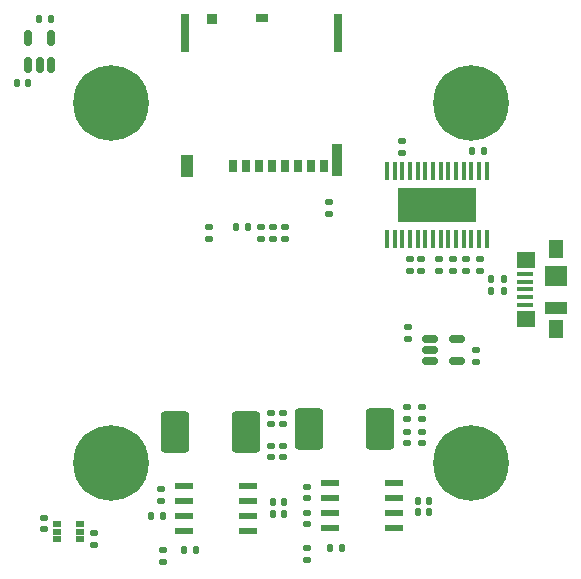
<source format=gbr>
%TF.GenerationSoftware,KiCad,Pcbnew,9.0.0*%
%TF.CreationDate,2025-03-25T10:56:33+03:00*%
%TF.ProjectId,Autopilot DronmarketV2,4175746f-7069-46c6-9f74-2044726f6e6d,rev?*%
%TF.SameCoordinates,Original*%
%TF.FileFunction,Soldermask,Bot*%
%TF.FilePolarity,Negative*%
%FSLAX46Y46*%
G04 Gerber Fmt 4.6, Leading zero omitted, Abs format (unit mm)*
G04 Created by KiCad (PCBNEW 9.0.0) date 2025-03-25 10:56:33*
%MOMM*%
%LPD*%
G01*
G04 APERTURE LIST*
G04 Aperture macros list*
%AMRoundRect*
0 Rectangle with rounded corners*
0 $1 Rounding radius*
0 $2 $3 $4 $5 $6 $7 $8 $9 X,Y pos of 4 corners*
0 Add a 4 corners polygon primitive as box body*
4,1,4,$2,$3,$4,$5,$6,$7,$8,$9,$2,$3,0*
0 Add four circle primitives for the rounded corners*
1,1,$1+$1,$2,$3*
1,1,$1+$1,$4,$5*
1,1,$1+$1,$6,$7*
1,1,$1+$1,$8,$9*
0 Add four rect primitives between the rounded corners*
20,1,$1+$1,$2,$3,$4,$5,0*
20,1,$1+$1,$4,$5,$6,$7,0*
20,1,$1+$1,$6,$7,$8,$9,0*
20,1,$1+$1,$8,$9,$2,$3,0*%
G04 Aperture macros list end*
%ADD10C,0.010000*%
%ADD11R,0.700000X1.100000*%
%ADD12R,1.140000X1.830000*%
%ADD13R,0.860000X2.800000*%
%ADD14R,0.700000X3.330000*%
%ADD15R,0.900000X0.930000*%
%ADD16R,1.050000X0.780000*%
%ADD17C,0.800000*%
%ADD18C,6.400000*%
%ADD19RoundRect,0.135000X0.135000X0.185000X-0.135000X0.185000X-0.135000X-0.185000X0.135000X-0.185000X0*%
%ADD20RoundRect,0.140000X-0.170000X0.140000X-0.170000X-0.140000X0.170000X-0.140000X0.170000X0.140000X0*%
%ADD21RoundRect,0.135000X0.185000X-0.135000X0.185000X0.135000X-0.185000X0.135000X-0.185000X-0.135000X0*%
%ADD22RoundRect,0.140000X0.140000X0.170000X-0.140000X0.170000X-0.140000X-0.170000X0.140000X-0.170000X0*%
%ADD23RoundRect,0.140000X-0.140000X-0.170000X0.140000X-0.170000X0.140000X0.170000X-0.140000X0.170000X0*%
%ADD24RoundRect,0.135000X-0.185000X0.135000X-0.185000X-0.135000X0.185000X-0.135000X0.185000X0.135000X0*%
%ADD25RoundRect,0.135000X-0.135000X-0.185000X0.135000X-0.185000X0.135000X0.185000X-0.135000X0.185000X0*%
%ADD26RoundRect,0.250000X-0.925000X-1.500000X0.925000X-1.500000X0.925000X1.500000X-0.925000X1.500000X0*%
%ADD27RoundRect,0.150000X0.150000X-0.512500X0.150000X0.512500X-0.150000X0.512500X-0.150000X-0.512500X0*%
%ADD28RoundRect,0.140000X0.170000X-0.140000X0.170000X0.140000X-0.170000X0.140000X-0.170000X-0.140000X0*%
%ADD29R,1.550000X0.600000*%
%ADD30RoundRect,0.150000X-0.512500X-0.150000X0.512500X-0.150000X0.512500X0.150000X-0.512500X0.150000X0*%
%ADD31R,1.380000X0.450000*%
%ADD32R,1.300000X1.650000*%
%ADD33R,1.550000X1.425000*%
%ADD34R,1.900000X1.800000*%
%ADD35R,1.900000X1.000000*%
%ADD36RoundRect,0.051250X-0.153750X0.688750X-0.153750X-0.688750X0.153750X-0.688750X0.153750X0.688750X0*%
%ADD37R,6.700000X2.850000*%
G04 APERTURE END LIST*
D10*
%TO.C,U8*%
X155353000Y-95056000D02*
X155355000Y-95056000D01*
X155358000Y-95057000D01*
X155360000Y-95057000D01*
X155363000Y-95058000D01*
X155365000Y-95059000D01*
X155368000Y-95060000D01*
X155370000Y-95062000D01*
X155372000Y-95063000D01*
X155374000Y-95065000D01*
X155376000Y-95066000D01*
X155378000Y-95068000D01*
X155380000Y-95070000D01*
X155382000Y-95072000D01*
X155384000Y-95074000D01*
X155385000Y-95076000D01*
X155387000Y-95078000D01*
X155388000Y-95080000D01*
X155390000Y-95082000D01*
X155391000Y-95085000D01*
X155392000Y-95087000D01*
X155393000Y-95090000D01*
X155393000Y-95092000D01*
X155394000Y-95095000D01*
X155394000Y-95097000D01*
X155395000Y-95100000D01*
X155395000Y-95102000D01*
X155395000Y-95105000D01*
X155395000Y-95445000D01*
X155395000Y-95448000D01*
X155395000Y-95450000D01*
X155394000Y-95453000D01*
X155394000Y-95455000D01*
X155393000Y-95458000D01*
X155393000Y-95460000D01*
X155392000Y-95463000D01*
X155391000Y-95465000D01*
X155390000Y-95468000D01*
X155388000Y-95470000D01*
X155387000Y-95472000D01*
X155385000Y-95474000D01*
X155384000Y-95476000D01*
X155382000Y-95478000D01*
X155380000Y-95480000D01*
X155378000Y-95482000D01*
X155376000Y-95484000D01*
X155374000Y-95485000D01*
X155372000Y-95487000D01*
X155370000Y-95488000D01*
X155368000Y-95490000D01*
X155365000Y-95491000D01*
X155363000Y-95492000D01*
X155360000Y-95493000D01*
X155358000Y-95493000D01*
X155355000Y-95494000D01*
X155353000Y-95494000D01*
X155350000Y-95495000D01*
X155348000Y-95495000D01*
X155345000Y-95495000D01*
X154855000Y-95495000D01*
X154852000Y-95495000D01*
X154850000Y-95495000D01*
X154847000Y-95494000D01*
X154845000Y-95494000D01*
X154842000Y-95493000D01*
X154840000Y-95493000D01*
X154837000Y-95492000D01*
X154835000Y-95491000D01*
X154832000Y-95490000D01*
X154830000Y-95488000D01*
X154828000Y-95487000D01*
X154826000Y-95485000D01*
X154824000Y-95484000D01*
X154822000Y-95482000D01*
X154820000Y-95480000D01*
X154818000Y-95478000D01*
X154816000Y-95476000D01*
X154815000Y-95474000D01*
X154813000Y-95472000D01*
X154812000Y-95470000D01*
X154810000Y-95468000D01*
X154809000Y-95465000D01*
X154808000Y-95463000D01*
X154807000Y-95460000D01*
X154807000Y-95458000D01*
X154806000Y-95455000D01*
X154806000Y-95453000D01*
X154805000Y-95450000D01*
X154805000Y-95448000D01*
X154805000Y-95445000D01*
X154805000Y-95105000D01*
X154805000Y-95102000D01*
X154805000Y-95100000D01*
X154806000Y-95097000D01*
X154806000Y-95095000D01*
X154807000Y-95092000D01*
X154807000Y-95090000D01*
X154808000Y-95087000D01*
X154809000Y-95085000D01*
X154810000Y-95082000D01*
X154812000Y-95080000D01*
X154813000Y-95078000D01*
X154815000Y-95076000D01*
X154816000Y-95074000D01*
X154818000Y-95072000D01*
X154820000Y-95070000D01*
X154822000Y-95068000D01*
X154824000Y-95066000D01*
X154826000Y-95065000D01*
X154828000Y-95063000D01*
X154830000Y-95062000D01*
X154832000Y-95060000D01*
X154835000Y-95059000D01*
X154837000Y-95058000D01*
X154840000Y-95057000D01*
X154842000Y-95057000D01*
X154845000Y-95056000D01*
X154847000Y-95056000D01*
X154850000Y-95055000D01*
X154852000Y-95055000D01*
X154855000Y-95055000D01*
X155345000Y-95055000D01*
X155348000Y-95055000D01*
X155350000Y-95055000D01*
X155353000Y-95056000D01*
G36*
X155353000Y-95056000D02*
G01*
X155355000Y-95056000D01*
X155358000Y-95057000D01*
X155360000Y-95057000D01*
X155363000Y-95058000D01*
X155365000Y-95059000D01*
X155368000Y-95060000D01*
X155370000Y-95062000D01*
X155372000Y-95063000D01*
X155374000Y-95065000D01*
X155376000Y-95066000D01*
X155378000Y-95068000D01*
X155380000Y-95070000D01*
X155382000Y-95072000D01*
X155384000Y-95074000D01*
X155385000Y-95076000D01*
X155387000Y-95078000D01*
X155388000Y-95080000D01*
X155390000Y-95082000D01*
X155391000Y-95085000D01*
X155392000Y-95087000D01*
X155393000Y-95090000D01*
X155393000Y-95092000D01*
X155394000Y-95095000D01*
X155394000Y-95097000D01*
X155395000Y-95100000D01*
X155395000Y-95102000D01*
X155395000Y-95105000D01*
X155395000Y-95445000D01*
X155395000Y-95448000D01*
X155395000Y-95450000D01*
X155394000Y-95453000D01*
X155394000Y-95455000D01*
X155393000Y-95458000D01*
X155393000Y-95460000D01*
X155392000Y-95463000D01*
X155391000Y-95465000D01*
X155390000Y-95468000D01*
X155388000Y-95470000D01*
X155387000Y-95472000D01*
X155385000Y-95474000D01*
X155384000Y-95476000D01*
X155382000Y-95478000D01*
X155380000Y-95480000D01*
X155378000Y-95482000D01*
X155376000Y-95484000D01*
X155374000Y-95485000D01*
X155372000Y-95487000D01*
X155370000Y-95488000D01*
X155368000Y-95490000D01*
X155365000Y-95491000D01*
X155363000Y-95492000D01*
X155360000Y-95493000D01*
X155358000Y-95493000D01*
X155355000Y-95494000D01*
X155353000Y-95494000D01*
X155350000Y-95495000D01*
X155348000Y-95495000D01*
X155345000Y-95495000D01*
X154855000Y-95495000D01*
X154852000Y-95495000D01*
X154850000Y-95495000D01*
X154847000Y-95494000D01*
X154845000Y-95494000D01*
X154842000Y-95493000D01*
X154840000Y-95493000D01*
X154837000Y-95492000D01*
X154835000Y-95491000D01*
X154832000Y-95490000D01*
X154830000Y-95488000D01*
X154828000Y-95487000D01*
X154826000Y-95485000D01*
X154824000Y-95484000D01*
X154822000Y-95482000D01*
X154820000Y-95480000D01*
X154818000Y-95478000D01*
X154816000Y-95476000D01*
X154815000Y-95474000D01*
X154813000Y-95472000D01*
X154812000Y-95470000D01*
X154810000Y-95468000D01*
X154809000Y-95465000D01*
X154808000Y-95463000D01*
X154807000Y-95460000D01*
X154807000Y-95458000D01*
X154806000Y-95455000D01*
X154806000Y-95453000D01*
X154805000Y-95450000D01*
X154805000Y-95448000D01*
X154805000Y-95445000D01*
X154805000Y-95105000D01*
X154805000Y-95102000D01*
X154805000Y-95100000D01*
X154806000Y-95097000D01*
X154806000Y-95095000D01*
X154807000Y-95092000D01*
X154807000Y-95090000D01*
X154808000Y-95087000D01*
X154809000Y-95085000D01*
X154810000Y-95082000D01*
X154812000Y-95080000D01*
X154813000Y-95078000D01*
X154815000Y-95076000D01*
X154816000Y-95074000D01*
X154818000Y-95072000D01*
X154820000Y-95070000D01*
X154822000Y-95068000D01*
X154824000Y-95066000D01*
X154826000Y-95065000D01*
X154828000Y-95063000D01*
X154830000Y-95062000D01*
X154832000Y-95060000D01*
X154835000Y-95059000D01*
X154837000Y-95058000D01*
X154840000Y-95057000D01*
X154842000Y-95057000D01*
X154845000Y-95056000D01*
X154847000Y-95056000D01*
X154850000Y-95055000D01*
X154852000Y-95055000D01*
X154855000Y-95055000D01*
X155345000Y-95055000D01*
X155348000Y-95055000D01*
X155350000Y-95055000D01*
X155353000Y-95056000D01*
G37*
X155353000Y-95706000D02*
X155355000Y-95706000D01*
X155358000Y-95707000D01*
X155360000Y-95707000D01*
X155363000Y-95708000D01*
X155365000Y-95709000D01*
X155368000Y-95710000D01*
X155370000Y-95712000D01*
X155372000Y-95713000D01*
X155374000Y-95715000D01*
X155376000Y-95716000D01*
X155378000Y-95718000D01*
X155380000Y-95720000D01*
X155382000Y-95722000D01*
X155384000Y-95724000D01*
X155385000Y-95726000D01*
X155387000Y-95728000D01*
X155388000Y-95730000D01*
X155390000Y-95732000D01*
X155391000Y-95735000D01*
X155392000Y-95737000D01*
X155393000Y-95740000D01*
X155393000Y-95742000D01*
X155394000Y-95745000D01*
X155394000Y-95747000D01*
X155395000Y-95750000D01*
X155395000Y-95752000D01*
X155395000Y-95755000D01*
X155395000Y-96095000D01*
X155395000Y-96098000D01*
X155395000Y-96100000D01*
X155394000Y-96103000D01*
X155394000Y-96105000D01*
X155393000Y-96108000D01*
X155393000Y-96110000D01*
X155392000Y-96113000D01*
X155391000Y-96115000D01*
X155390000Y-96118000D01*
X155388000Y-96120000D01*
X155387000Y-96122000D01*
X155385000Y-96124000D01*
X155384000Y-96126000D01*
X155382000Y-96128000D01*
X155380000Y-96130000D01*
X155378000Y-96132000D01*
X155376000Y-96134000D01*
X155374000Y-96135000D01*
X155372000Y-96137000D01*
X155370000Y-96138000D01*
X155368000Y-96140000D01*
X155365000Y-96141000D01*
X155363000Y-96142000D01*
X155360000Y-96143000D01*
X155358000Y-96143000D01*
X155355000Y-96144000D01*
X155353000Y-96144000D01*
X155350000Y-96145000D01*
X155348000Y-96145000D01*
X155345000Y-96145000D01*
X154855000Y-96145000D01*
X154852000Y-96145000D01*
X154850000Y-96145000D01*
X154847000Y-96144000D01*
X154845000Y-96144000D01*
X154842000Y-96143000D01*
X154840000Y-96143000D01*
X154837000Y-96142000D01*
X154835000Y-96141000D01*
X154832000Y-96140000D01*
X154830000Y-96138000D01*
X154828000Y-96137000D01*
X154826000Y-96135000D01*
X154824000Y-96134000D01*
X154822000Y-96132000D01*
X154820000Y-96130000D01*
X154818000Y-96128000D01*
X154816000Y-96126000D01*
X154815000Y-96124000D01*
X154813000Y-96122000D01*
X154812000Y-96120000D01*
X154810000Y-96118000D01*
X154809000Y-96115000D01*
X154808000Y-96113000D01*
X154807000Y-96110000D01*
X154807000Y-96108000D01*
X154806000Y-96105000D01*
X154806000Y-96103000D01*
X154805000Y-96100000D01*
X154805000Y-96098000D01*
X154805000Y-96095000D01*
X154805000Y-95755000D01*
X154805000Y-95752000D01*
X154805000Y-95750000D01*
X154806000Y-95747000D01*
X154806000Y-95745000D01*
X154807000Y-95742000D01*
X154807000Y-95740000D01*
X154808000Y-95737000D01*
X154809000Y-95735000D01*
X154810000Y-95732000D01*
X154812000Y-95730000D01*
X154813000Y-95728000D01*
X154815000Y-95726000D01*
X154816000Y-95724000D01*
X154818000Y-95722000D01*
X154820000Y-95720000D01*
X154822000Y-95718000D01*
X154824000Y-95716000D01*
X154826000Y-95715000D01*
X154828000Y-95713000D01*
X154830000Y-95712000D01*
X154832000Y-95710000D01*
X154835000Y-95709000D01*
X154837000Y-95708000D01*
X154840000Y-95707000D01*
X154842000Y-95707000D01*
X154845000Y-95706000D01*
X154847000Y-95706000D01*
X154850000Y-95705000D01*
X154852000Y-95705000D01*
X154855000Y-95705000D01*
X155345000Y-95705000D01*
X155348000Y-95705000D01*
X155350000Y-95705000D01*
X155353000Y-95706000D01*
G36*
X155353000Y-95706000D02*
G01*
X155355000Y-95706000D01*
X155358000Y-95707000D01*
X155360000Y-95707000D01*
X155363000Y-95708000D01*
X155365000Y-95709000D01*
X155368000Y-95710000D01*
X155370000Y-95712000D01*
X155372000Y-95713000D01*
X155374000Y-95715000D01*
X155376000Y-95716000D01*
X155378000Y-95718000D01*
X155380000Y-95720000D01*
X155382000Y-95722000D01*
X155384000Y-95724000D01*
X155385000Y-95726000D01*
X155387000Y-95728000D01*
X155388000Y-95730000D01*
X155390000Y-95732000D01*
X155391000Y-95735000D01*
X155392000Y-95737000D01*
X155393000Y-95740000D01*
X155393000Y-95742000D01*
X155394000Y-95745000D01*
X155394000Y-95747000D01*
X155395000Y-95750000D01*
X155395000Y-95752000D01*
X155395000Y-95755000D01*
X155395000Y-96095000D01*
X155395000Y-96098000D01*
X155395000Y-96100000D01*
X155394000Y-96103000D01*
X155394000Y-96105000D01*
X155393000Y-96108000D01*
X155393000Y-96110000D01*
X155392000Y-96113000D01*
X155391000Y-96115000D01*
X155390000Y-96118000D01*
X155388000Y-96120000D01*
X155387000Y-96122000D01*
X155385000Y-96124000D01*
X155384000Y-96126000D01*
X155382000Y-96128000D01*
X155380000Y-96130000D01*
X155378000Y-96132000D01*
X155376000Y-96134000D01*
X155374000Y-96135000D01*
X155372000Y-96137000D01*
X155370000Y-96138000D01*
X155368000Y-96140000D01*
X155365000Y-96141000D01*
X155363000Y-96142000D01*
X155360000Y-96143000D01*
X155358000Y-96143000D01*
X155355000Y-96144000D01*
X155353000Y-96144000D01*
X155350000Y-96145000D01*
X155348000Y-96145000D01*
X155345000Y-96145000D01*
X154855000Y-96145000D01*
X154852000Y-96145000D01*
X154850000Y-96145000D01*
X154847000Y-96144000D01*
X154845000Y-96144000D01*
X154842000Y-96143000D01*
X154840000Y-96143000D01*
X154837000Y-96142000D01*
X154835000Y-96141000D01*
X154832000Y-96140000D01*
X154830000Y-96138000D01*
X154828000Y-96137000D01*
X154826000Y-96135000D01*
X154824000Y-96134000D01*
X154822000Y-96132000D01*
X154820000Y-96130000D01*
X154818000Y-96128000D01*
X154816000Y-96126000D01*
X154815000Y-96124000D01*
X154813000Y-96122000D01*
X154812000Y-96120000D01*
X154810000Y-96118000D01*
X154809000Y-96115000D01*
X154808000Y-96113000D01*
X154807000Y-96110000D01*
X154807000Y-96108000D01*
X154806000Y-96105000D01*
X154806000Y-96103000D01*
X154805000Y-96100000D01*
X154805000Y-96098000D01*
X154805000Y-96095000D01*
X154805000Y-95755000D01*
X154805000Y-95752000D01*
X154805000Y-95750000D01*
X154806000Y-95747000D01*
X154806000Y-95745000D01*
X154807000Y-95742000D01*
X154807000Y-95740000D01*
X154808000Y-95737000D01*
X154809000Y-95735000D01*
X154810000Y-95732000D01*
X154812000Y-95730000D01*
X154813000Y-95728000D01*
X154815000Y-95726000D01*
X154816000Y-95724000D01*
X154818000Y-95722000D01*
X154820000Y-95720000D01*
X154822000Y-95718000D01*
X154824000Y-95716000D01*
X154826000Y-95715000D01*
X154828000Y-95713000D01*
X154830000Y-95712000D01*
X154832000Y-95710000D01*
X154835000Y-95709000D01*
X154837000Y-95708000D01*
X154840000Y-95707000D01*
X154842000Y-95707000D01*
X154845000Y-95706000D01*
X154847000Y-95706000D01*
X154850000Y-95705000D01*
X154852000Y-95705000D01*
X154855000Y-95705000D01*
X155345000Y-95705000D01*
X155348000Y-95705000D01*
X155350000Y-95705000D01*
X155353000Y-95706000D01*
G37*
X155353000Y-96356000D02*
X155355000Y-96356000D01*
X155358000Y-96357000D01*
X155360000Y-96357000D01*
X155363000Y-96358000D01*
X155365000Y-96359000D01*
X155368000Y-96360000D01*
X155370000Y-96362000D01*
X155372000Y-96363000D01*
X155374000Y-96365000D01*
X155376000Y-96366000D01*
X155378000Y-96368000D01*
X155380000Y-96370000D01*
X155382000Y-96372000D01*
X155384000Y-96374000D01*
X155385000Y-96376000D01*
X155387000Y-96378000D01*
X155388000Y-96380000D01*
X155390000Y-96382000D01*
X155391000Y-96385000D01*
X155392000Y-96387000D01*
X155393000Y-96390000D01*
X155393000Y-96392000D01*
X155394000Y-96395000D01*
X155394000Y-96397000D01*
X155395000Y-96400000D01*
X155395000Y-96402000D01*
X155395000Y-96405000D01*
X155395000Y-96745000D01*
X155395000Y-96748000D01*
X155395000Y-96750000D01*
X155394000Y-96753000D01*
X155394000Y-96755000D01*
X155393000Y-96758000D01*
X155393000Y-96760000D01*
X155392000Y-96763000D01*
X155391000Y-96765000D01*
X155390000Y-96768000D01*
X155388000Y-96770000D01*
X155387000Y-96772000D01*
X155385000Y-96774000D01*
X155384000Y-96776000D01*
X155382000Y-96778000D01*
X155380000Y-96780000D01*
X155378000Y-96782000D01*
X155376000Y-96784000D01*
X155374000Y-96785000D01*
X155372000Y-96787000D01*
X155370000Y-96788000D01*
X155368000Y-96790000D01*
X155365000Y-96791000D01*
X155363000Y-96792000D01*
X155360000Y-96793000D01*
X155358000Y-96793000D01*
X155355000Y-96794000D01*
X155353000Y-96794000D01*
X155350000Y-96795000D01*
X155348000Y-96795000D01*
X155345000Y-96795000D01*
X154855000Y-96795000D01*
X154852000Y-96795000D01*
X154850000Y-96795000D01*
X154847000Y-96794000D01*
X154845000Y-96794000D01*
X154842000Y-96793000D01*
X154840000Y-96793000D01*
X154837000Y-96792000D01*
X154835000Y-96791000D01*
X154832000Y-96790000D01*
X154830000Y-96788000D01*
X154828000Y-96787000D01*
X154826000Y-96785000D01*
X154824000Y-96784000D01*
X154822000Y-96782000D01*
X154820000Y-96780000D01*
X154818000Y-96778000D01*
X154816000Y-96776000D01*
X154815000Y-96774000D01*
X154813000Y-96772000D01*
X154812000Y-96770000D01*
X154810000Y-96768000D01*
X154809000Y-96765000D01*
X154808000Y-96763000D01*
X154807000Y-96760000D01*
X154807000Y-96758000D01*
X154806000Y-96755000D01*
X154806000Y-96753000D01*
X154805000Y-96750000D01*
X154805000Y-96748000D01*
X154805000Y-96745000D01*
X154805000Y-96405000D01*
X154805000Y-96402000D01*
X154805000Y-96400000D01*
X154806000Y-96397000D01*
X154806000Y-96395000D01*
X154807000Y-96392000D01*
X154807000Y-96390000D01*
X154808000Y-96387000D01*
X154809000Y-96385000D01*
X154810000Y-96382000D01*
X154812000Y-96380000D01*
X154813000Y-96378000D01*
X154815000Y-96376000D01*
X154816000Y-96374000D01*
X154818000Y-96372000D01*
X154820000Y-96370000D01*
X154822000Y-96368000D01*
X154824000Y-96366000D01*
X154826000Y-96365000D01*
X154828000Y-96363000D01*
X154830000Y-96362000D01*
X154832000Y-96360000D01*
X154835000Y-96359000D01*
X154837000Y-96358000D01*
X154840000Y-96357000D01*
X154842000Y-96357000D01*
X154845000Y-96356000D01*
X154847000Y-96356000D01*
X154850000Y-96355000D01*
X154852000Y-96355000D01*
X154855000Y-96355000D01*
X155345000Y-96355000D01*
X155348000Y-96355000D01*
X155350000Y-96355000D01*
X155353000Y-96356000D01*
G36*
X155353000Y-96356000D02*
G01*
X155355000Y-96356000D01*
X155358000Y-96357000D01*
X155360000Y-96357000D01*
X155363000Y-96358000D01*
X155365000Y-96359000D01*
X155368000Y-96360000D01*
X155370000Y-96362000D01*
X155372000Y-96363000D01*
X155374000Y-96365000D01*
X155376000Y-96366000D01*
X155378000Y-96368000D01*
X155380000Y-96370000D01*
X155382000Y-96372000D01*
X155384000Y-96374000D01*
X155385000Y-96376000D01*
X155387000Y-96378000D01*
X155388000Y-96380000D01*
X155390000Y-96382000D01*
X155391000Y-96385000D01*
X155392000Y-96387000D01*
X155393000Y-96390000D01*
X155393000Y-96392000D01*
X155394000Y-96395000D01*
X155394000Y-96397000D01*
X155395000Y-96400000D01*
X155395000Y-96402000D01*
X155395000Y-96405000D01*
X155395000Y-96745000D01*
X155395000Y-96748000D01*
X155395000Y-96750000D01*
X155394000Y-96753000D01*
X155394000Y-96755000D01*
X155393000Y-96758000D01*
X155393000Y-96760000D01*
X155392000Y-96763000D01*
X155391000Y-96765000D01*
X155390000Y-96768000D01*
X155388000Y-96770000D01*
X155387000Y-96772000D01*
X155385000Y-96774000D01*
X155384000Y-96776000D01*
X155382000Y-96778000D01*
X155380000Y-96780000D01*
X155378000Y-96782000D01*
X155376000Y-96784000D01*
X155374000Y-96785000D01*
X155372000Y-96787000D01*
X155370000Y-96788000D01*
X155368000Y-96790000D01*
X155365000Y-96791000D01*
X155363000Y-96792000D01*
X155360000Y-96793000D01*
X155358000Y-96793000D01*
X155355000Y-96794000D01*
X155353000Y-96794000D01*
X155350000Y-96795000D01*
X155348000Y-96795000D01*
X155345000Y-96795000D01*
X154855000Y-96795000D01*
X154852000Y-96795000D01*
X154850000Y-96795000D01*
X154847000Y-96794000D01*
X154845000Y-96794000D01*
X154842000Y-96793000D01*
X154840000Y-96793000D01*
X154837000Y-96792000D01*
X154835000Y-96791000D01*
X154832000Y-96790000D01*
X154830000Y-96788000D01*
X154828000Y-96787000D01*
X154826000Y-96785000D01*
X154824000Y-96784000D01*
X154822000Y-96782000D01*
X154820000Y-96780000D01*
X154818000Y-96778000D01*
X154816000Y-96776000D01*
X154815000Y-96774000D01*
X154813000Y-96772000D01*
X154812000Y-96770000D01*
X154810000Y-96768000D01*
X154809000Y-96765000D01*
X154808000Y-96763000D01*
X154807000Y-96760000D01*
X154807000Y-96758000D01*
X154806000Y-96755000D01*
X154806000Y-96753000D01*
X154805000Y-96750000D01*
X154805000Y-96748000D01*
X154805000Y-96745000D01*
X154805000Y-96405000D01*
X154805000Y-96402000D01*
X154805000Y-96400000D01*
X154806000Y-96397000D01*
X154806000Y-96395000D01*
X154807000Y-96392000D01*
X154807000Y-96390000D01*
X154808000Y-96387000D01*
X154809000Y-96385000D01*
X154810000Y-96382000D01*
X154812000Y-96380000D01*
X154813000Y-96378000D01*
X154815000Y-96376000D01*
X154816000Y-96374000D01*
X154818000Y-96372000D01*
X154820000Y-96370000D01*
X154822000Y-96368000D01*
X154824000Y-96366000D01*
X154826000Y-96365000D01*
X154828000Y-96363000D01*
X154830000Y-96362000D01*
X154832000Y-96360000D01*
X154835000Y-96359000D01*
X154837000Y-96358000D01*
X154840000Y-96357000D01*
X154842000Y-96357000D01*
X154845000Y-96356000D01*
X154847000Y-96356000D01*
X154850000Y-96355000D01*
X154852000Y-96355000D01*
X154855000Y-96355000D01*
X155345000Y-96355000D01*
X155348000Y-96355000D01*
X155350000Y-96355000D01*
X155353000Y-96356000D01*
G37*
X157303000Y-95056000D02*
X157305000Y-95056000D01*
X157308000Y-95057000D01*
X157310000Y-95057000D01*
X157313000Y-95058000D01*
X157315000Y-95059000D01*
X157318000Y-95060000D01*
X157320000Y-95062000D01*
X157322000Y-95063000D01*
X157324000Y-95065000D01*
X157326000Y-95066000D01*
X157328000Y-95068000D01*
X157330000Y-95070000D01*
X157332000Y-95072000D01*
X157334000Y-95074000D01*
X157335000Y-95076000D01*
X157337000Y-95078000D01*
X157338000Y-95080000D01*
X157340000Y-95082000D01*
X157341000Y-95085000D01*
X157342000Y-95087000D01*
X157343000Y-95090000D01*
X157343000Y-95092000D01*
X157344000Y-95095000D01*
X157344000Y-95097000D01*
X157345000Y-95100000D01*
X157345000Y-95102000D01*
X157345000Y-95105000D01*
X157345000Y-95445000D01*
X157345000Y-95448000D01*
X157345000Y-95450000D01*
X157344000Y-95453000D01*
X157344000Y-95455000D01*
X157343000Y-95458000D01*
X157343000Y-95460000D01*
X157342000Y-95463000D01*
X157341000Y-95465000D01*
X157340000Y-95468000D01*
X157338000Y-95470000D01*
X157337000Y-95472000D01*
X157335000Y-95474000D01*
X157334000Y-95476000D01*
X157332000Y-95478000D01*
X157330000Y-95480000D01*
X157328000Y-95482000D01*
X157326000Y-95484000D01*
X157324000Y-95485000D01*
X157322000Y-95487000D01*
X157320000Y-95488000D01*
X157318000Y-95490000D01*
X157315000Y-95491000D01*
X157313000Y-95492000D01*
X157310000Y-95493000D01*
X157308000Y-95493000D01*
X157305000Y-95494000D01*
X157303000Y-95494000D01*
X157300000Y-95495000D01*
X157298000Y-95495000D01*
X157295000Y-95495000D01*
X156805000Y-95495000D01*
X156802000Y-95495000D01*
X156800000Y-95495000D01*
X156797000Y-95494000D01*
X156795000Y-95494000D01*
X156792000Y-95493000D01*
X156790000Y-95493000D01*
X156787000Y-95492000D01*
X156785000Y-95491000D01*
X156782000Y-95490000D01*
X156780000Y-95488000D01*
X156778000Y-95487000D01*
X156776000Y-95485000D01*
X156774000Y-95484000D01*
X156772000Y-95482000D01*
X156770000Y-95480000D01*
X156768000Y-95478000D01*
X156766000Y-95476000D01*
X156765000Y-95474000D01*
X156763000Y-95472000D01*
X156762000Y-95470000D01*
X156760000Y-95468000D01*
X156759000Y-95465000D01*
X156758000Y-95463000D01*
X156757000Y-95460000D01*
X156757000Y-95458000D01*
X156756000Y-95455000D01*
X156756000Y-95453000D01*
X156755000Y-95450000D01*
X156755000Y-95448000D01*
X156755000Y-95445000D01*
X156755000Y-95105000D01*
X156755000Y-95102000D01*
X156755000Y-95100000D01*
X156756000Y-95097000D01*
X156756000Y-95095000D01*
X156757000Y-95092000D01*
X156757000Y-95090000D01*
X156758000Y-95087000D01*
X156759000Y-95085000D01*
X156760000Y-95082000D01*
X156762000Y-95080000D01*
X156763000Y-95078000D01*
X156765000Y-95076000D01*
X156766000Y-95074000D01*
X156768000Y-95072000D01*
X156770000Y-95070000D01*
X156772000Y-95068000D01*
X156774000Y-95066000D01*
X156776000Y-95065000D01*
X156778000Y-95063000D01*
X156780000Y-95062000D01*
X156782000Y-95060000D01*
X156785000Y-95059000D01*
X156787000Y-95058000D01*
X156790000Y-95057000D01*
X156792000Y-95057000D01*
X156795000Y-95056000D01*
X156797000Y-95056000D01*
X156800000Y-95055000D01*
X156802000Y-95055000D01*
X156805000Y-95055000D01*
X157295000Y-95055000D01*
X157298000Y-95055000D01*
X157300000Y-95055000D01*
X157303000Y-95056000D01*
G36*
X157303000Y-95056000D02*
G01*
X157305000Y-95056000D01*
X157308000Y-95057000D01*
X157310000Y-95057000D01*
X157313000Y-95058000D01*
X157315000Y-95059000D01*
X157318000Y-95060000D01*
X157320000Y-95062000D01*
X157322000Y-95063000D01*
X157324000Y-95065000D01*
X157326000Y-95066000D01*
X157328000Y-95068000D01*
X157330000Y-95070000D01*
X157332000Y-95072000D01*
X157334000Y-95074000D01*
X157335000Y-95076000D01*
X157337000Y-95078000D01*
X157338000Y-95080000D01*
X157340000Y-95082000D01*
X157341000Y-95085000D01*
X157342000Y-95087000D01*
X157343000Y-95090000D01*
X157343000Y-95092000D01*
X157344000Y-95095000D01*
X157344000Y-95097000D01*
X157345000Y-95100000D01*
X157345000Y-95102000D01*
X157345000Y-95105000D01*
X157345000Y-95445000D01*
X157345000Y-95448000D01*
X157345000Y-95450000D01*
X157344000Y-95453000D01*
X157344000Y-95455000D01*
X157343000Y-95458000D01*
X157343000Y-95460000D01*
X157342000Y-95463000D01*
X157341000Y-95465000D01*
X157340000Y-95468000D01*
X157338000Y-95470000D01*
X157337000Y-95472000D01*
X157335000Y-95474000D01*
X157334000Y-95476000D01*
X157332000Y-95478000D01*
X157330000Y-95480000D01*
X157328000Y-95482000D01*
X157326000Y-95484000D01*
X157324000Y-95485000D01*
X157322000Y-95487000D01*
X157320000Y-95488000D01*
X157318000Y-95490000D01*
X157315000Y-95491000D01*
X157313000Y-95492000D01*
X157310000Y-95493000D01*
X157308000Y-95493000D01*
X157305000Y-95494000D01*
X157303000Y-95494000D01*
X157300000Y-95495000D01*
X157298000Y-95495000D01*
X157295000Y-95495000D01*
X156805000Y-95495000D01*
X156802000Y-95495000D01*
X156800000Y-95495000D01*
X156797000Y-95494000D01*
X156795000Y-95494000D01*
X156792000Y-95493000D01*
X156790000Y-95493000D01*
X156787000Y-95492000D01*
X156785000Y-95491000D01*
X156782000Y-95490000D01*
X156780000Y-95488000D01*
X156778000Y-95487000D01*
X156776000Y-95485000D01*
X156774000Y-95484000D01*
X156772000Y-95482000D01*
X156770000Y-95480000D01*
X156768000Y-95478000D01*
X156766000Y-95476000D01*
X156765000Y-95474000D01*
X156763000Y-95472000D01*
X156762000Y-95470000D01*
X156760000Y-95468000D01*
X156759000Y-95465000D01*
X156758000Y-95463000D01*
X156757000Y-95460000D01*
X156757000Y-95458000D01*
X156756000Y-95455000D01*
X156756000Y-95453000D01*
X156755000Y-95450000D01*
X156755000Y-95448000D01*
X156755000Y-95445000D01*
X156755000Y-95105000D01*
X156755000Y-95102000D01*
X156755000Y-95100000D01*
X156756000Y-95097000D01*
X156756000Y-95095000D01*
X156757000Y-95092000D01*
X156757000Y-95090000D01*
X156758000Y-95087000D01*
X156759000Y-95085000D01*
X156760000Y-95082000D01*
X156762000Y-95080000D01*
X156763000Y-95078000D01*
X156765000Y-95076000D01*
X156766000Y-95074000D01*
X156768000Y-95072000D01*
X156770000Y-95070000D01*
X156772000Y-95068000D01*
X156774000Y-95066000D01*
X156776000Y-95065000D01*
X156778000Y-95063000D01*
X156780000Y-95062000D01*
X156782000Y-95060000D01*
X156785000Y-95059000D01*
X156787000Y-95058000D01*
X156790000Y-95057000D01*
X156792000Y-95057000D01*
X156795000Y-95056000D01*
X156797000Y-95056000D01*
X156800000Y-95055000D01*
X156802000Y-95055000D01*
X156805000Y-95055000D01*
X157295000Y-95055000D01*
X157298000Y-95055000D01*
X157300000Y-95055000D01*
X157303000Y-95056000D01*
G37*
X157303000Y-95706000D02*
X157305000Y-95706000D01*
X157308000Y-95707000D01*
X157310000Y-95707000D01*
X157313000Y-95708000D01*
X157315000Y-95709000D01*
X157318000Y-95710000D01*
X157320000Y-95712000D01*
X157322000Y-95713000D01*
X157324000Y-95715000D01*
X157326000Y-95716000D01*
X157328000Y-95718000D01*
X157330000Y-95720000D01*
X157332000Y-95722000D01*
X157334000Y-95724000D01*
X157335000Y-95726000D01*
X157337000Y-95728000D01*
X157338000Y-95730000D01*
X157340000Y-95732000D01*
X157341000Y-95735000D01*
X157342000Y-95737000D01*
X157343000Y-95740000D01*
X157343000Y-95742000D01*
X157344000Y-95745000D01*
X157344000Y-95747000D01*
X157345000Y-95750000D01*
X157345000Y-95752000D01*
X157345000Y-95755000D01*
X157345000Y-96095000D01*
X157345000Y-96098000D01*
X157345000Y-96100000D01*
X157344000Y-96103000D01*
X157344000Y-96105000D01*
X157343000Y-96108000D01*
X157343000Y-96110000D01*
X157342000Y-96113000D01*
X157341000Y-96115000D01*
X157340000Y-96118000D01*
X157338000Y-96120000D01*
X157337000Y-96122000D01*
X157335000Y-96124000D01*
X157334000Y-96126000D01*
X157332000Y-96128000D01*
X157330000Y-96130000D01*
X157328000Y-96132000D01*
X157326000Y-96134000D01*
X157324000Y-96135000D01*
X157322000Y-96137000D01*
X157320000Y-96138000D01*
X157318000Y-96140000D01*
X157315000Y-96141000D01*
X157313000Y-96142000D01*
X157310000Y-96143000D01*
X157308000Y-96143000D01*
X157305000Y-96144000D01*
X157303000Y-96144000D01*
X157300000Y-96145000D01*
X157298000Y-96145000D01*
X157295000Y-96145000D01*
X156805000Y-96145000D01*
X156802000Y-96145000D01*
X156800000Y-96145000D01*
X156797000Y-96144000D01*
X156795000Y-96144000D01*
X156792000Y-96143000D01*
X156790000Y-96143000D01*
X156787000Y-96142000D01*
X156785000Y-96141000D01*
X156782000Y-96140000D01*
X156780000Y-96138000D01*
X156778000Y-96137000D01*
X156776000Y-96135000D01*
X156774000Y-96134000D01*
X156772000Y-96132000D01*
X156770000Y-96130000D01*
X156768000Y-96128000D01*
X156766000Y-96126000D01*
X156765000Y-96124000D01*
X156763000Y-96122000D01*
X156762000Y-96120000D01*
X156760000Y-96118000D01*
X156759000Y-96115000D01*
X156758000Y-96113000D01*
X156757000Y-96110000D01*
X156757000Y-96108000D01*
X156756000Y-96105000D01*
X156756000Y-96103000D01*
X156755000Y-96100000D01*
X156755000Y-96098000D01*
X156755000Y-96095000D01*
X156755000Y-95755000D01*
X156755000Y-95752000D01*
X156755000Y-95750000D01*
X156756000Y-95747000D01*
X156756000Y-95745000D01*
X156757000Y-95742000D01*
X156757000Y-95740000D01*
X156758000Y-95737000D01*
X156759000Y-95735000D01*
X156760000Y-95732000D01*
X156762000Y-95730000D01*
X156763000Y-95728000D01*
X156765000Y-95726000D01*
X156766000Y-95724000D01*
X156768000Y-95722000D01*
X156770000Y-95720000D01*
X156772000Y-95718000D01*
X156774000Y-95716000D01*
X156776000Y-95715000D01*
X156778000Y-95713000D01*
X156780000Y-95712000D01*
X156782000Y-95710000D01*
X156785000Y-95709000D01*
X156787000Y-95708000D01*
X156790000Y-95707000D01*
X156792000Y-95707000D01*
X156795000Y-95706000D01*
X156797000Y-95706000D01*
X156800000Y-95705000D01*
X156802000Y-95705000D01*
X156805000Y-95705000D01*
X157295000Y-95705000D01*
X157298000Y-95705000D01*
X157300000Y-95705000D01*
X157303000Y-95706000D01*
G36*
X157303000Y-95706000D02*
G01*
X157305000Y-95706000D01*
X157308000Y-95707000D01*
X157310000Y-95707000D01*
X157313000Y-95708000D01*
X157315000Y-95709000D01*
X157318000Y-95710000D01*
X157320000Y-95712000D01*
X157322000Y-95713000D01*
X157324000Y-95715000D01*
X157326000Y-95716000D01*
X157328000Y-95718000D01*
X157330000Y-95720000D01*
X157332000Y-95722000D01*
X157334000Y-95724000D01*
X157335000Y-95726000D01*
X157337000Y-95728000D01*
X157338000Y-95730000D01*
X157340000Y-95732000D01*
X157341000Y-95735000D01*
X157342000Y-95737000D01*
X157343000Y-95740000D01*
X157343000Y-95742000D01*
X157344000Y-95745000D01*
X157344000Y-95747000D01*
X157345000Y-95750000D01*
X157345000Y-95752000D01*
X157345000Y-95755000D01*
X157345000Y-96095000D01*
X157345000Y-96098000D01*
X157345000Y-96100000D01*
X157344000Y-96103000D01*
X157344000Y-96105000D01*
X157343000Y-96108000D01*
X157343000Y-96110000D01*
X157342000Y-96113000D01*
X157341000Y-96115000D01*
X157340000Y-96118000D01*
X157338000Y-96120000D01*
X157337000Y-96122000D01*
X157335000Y-96124000D01*
X157334000Y-96126000D01*
X157332000Y-96128000D01*
X157330000Y-96130000D01*
X157328000Y-96132000D01*
X157326000Y-96134000D01*
X157324000Y-96135000D01*
X157322000Y-96137000D01*
X157320000Y-96138000D01*
X157318000Y-96140000D01*
X157315000Y-96141000D01*
X157313000Y-96142000D01*
X157310000Y-96143000D01*
X157308000Y-96143000D01*
X157305000Y-96144000D01*
X157303000Y-96144000D01*
X157300000Y-96145000D01*
X157298000Y-96145000D01*
X157295000Y-96145000D01*
X156805000Y-96145000D01*
X156802000Y-96145000D01*
X156800000Y-96145000D01*
X156797000Y-96144000D01*
X156795000Y-96144000D01*
X156792000Y-96143000D01*
X156790000Y-96143000D01*
X156787000Y-96142000D01*
X156785000Y-96141000D01*
X156782000Y-96140000D01*
X156780000Y-96138000D01*
X156778000Y-96137000D01*
X156776000Y-96135000D01*
X156774000Y-96134000D01*
X156772000Y-96132000D01*
X156770000Y-96130000D01*
X156768000Y-96128000D01*
X156766000Y-96126000D01*
X156765000Y-96124000D01*
X156763000Y-96122000D01*
X156762000Y-96120000D01*
X156760000Y-96118000D01*
X156759000Y-96115000D01*
X156758000Y-96113000D01*
X156757000Y-96110000D01*
X156757000Y-96108000D01*
X156756000Y-96105000D01*
X156756000Y-96103000D01*
X156755000Y-96100000D01*
X156755000Y-96098000D01*
X156755000Y-96095000D01*
X156755000Y-95755000D01*
X156755000Y-95752000D01*
X156755000Y-95750000D01*
X156756000Y-95747000D01*
X156756000Y-95745000D01*
X156757000Y-95742000D01*
X156757000Y-95740000D01*
X156758000Y-95737000D01*
X156759000Y-95735000D01*
X156760000Y-95732000D01*
X156762000Y-95730000D01*
X156763000Y-95728000D01*
X156765000Y-95726000D01*
X156766000Y-95724000D01*
X156768000Y-95722000D01*
X156770000Y-95720000D01*
X156772000Y-95718000D01*
X156774000Y-95716000D01*
X156776000Y-95715000D01*
X156778000Y-95713000D01*
X156780000Y-95712000D01*
X156782000Y-95710000D01*
X156785000Y-95709000D01*
X156787000Y-95708000D01*
X156790000Y-95707000D01*
X156792000Y-95707000D01*
X156795000Y-95706000D01*
X156797000Y-95706000D01*
X156800000Y-95705000D01*
X156802000Y-95705000D01*
X156805000Y-95705000D01*
X157295000Y-95705000D01*
X157298000Y-95705000D01*
X157300000Y-95705000D01*
X157303000Y-95706000D01*
G37*
X157303000Y-96356000D02*
X157305000Y-96356000D01*
X157308000Y-96357000D01*
X157310000Y-96357000D01*
X157313000Y-96358000D01*
X157315000Y-96359000D01*
X157318000Y-96360000D01*
X157320000Y-96362000D01*
X157322000Y-96363000D01*
X157324000Y-96365000D01*
X157326000Y-96366000D01*
X157328000Y-96368000D01*
X157330000Y-96370000D01*
X157332000Y-96372000D01*
X157334000Y-96374000D01*
X157335000Y-96376000D01*
X157337000Y-96378000D01*
X157338000Y-96380000D01*
X157340000Y-96382000D01*
X157341000Y-96385000D01*
X157342000Y-96387000D01*
X157343000Y-96390000D01*
X157343000Y-96392000D01*
X157344000Y-96395000D01*
X157344000Y-96397000D01*
X157345000Y-96400000D01*
X157345000Y-96402000D01*
X157345000Y-96405000D01*
X157345000Y-96745000D01*
X157345000Y-96748000D01*
X157345000Y-96750000D01*
X157344000Y-96753000D01*
X157344000Y-96755000D01*
X157343000Y-96758000D01*
X157343000Y-96760000D01*
X157342000Y-96763000D01*
X157341000Y-96765000D01*
X157340000Y-96768000D01*
X157338000Y-96770000D01*
X157337000Y-96772000D01*
X157335000Y-96774000D01*
X157334000Y-96776000D01*
X157332000Y-96778000D01*
X157330000Y-96780000D01*
X157328000Y-96782000D01*
X157326000Y-96784000D01*
X157324000Y-96785000D01*
X157322000Y-96787000D01*
X157320000Y-96788000D01*
X157318000Y-96790000D01*
X157315000Y-96791000D01*
X157313000Y-96792000D01*
X157310000Y-96793000D01*
X157308000Y-96793000D01*
X157305000Y-96794000D01*
X157303000Y-96794000D01*
X157300000Y-96795000D01*
X157298000Y-96795000D01*
X157295000Y-96795000D01*
X156805000Y-96795000D01*
X156802000Y-96795000D01*
X156800000Y-96795000D01*
X156797000Y-96794000D01*
X156795000Y-96794000D01*
X156792000Y-96793000D01*
X156790000Y-96793000D01*
X156787000Y-96792000D01*
X156785000Y-96791000D01*
X156782000Y-96790000D01*
X156780000Y-96788000D01*
X156778000Y-96787000D01*
X156776000Y-96785000D01*
X156774000Y-96784000D01*
X156772000Y-96782000D01*
X156770000Y-96780000D01*
X156768000Y-96778000D01*
X156766000Y-96776000D01*
X156765000Y-96774000D01*
X156763000Y-96772000D01*
X156762000Y-96770000D01*
X156760000Y-96768000D01*
X156759000Y-96765000D01*
X156758000Y-96763000D01*
X156757000Y-96760000D01*
X156757000Y-96758000D01*
X156756000Y-96755000D01*
X156756000Y-96753000D01*
X156755000Y-96750000D01*
X156755000Y-96748000D01*
X156755000Y-96745000D01*
X156755000Y-96405000D01*
X156755000Y-96402000D01*
X156755000Y-96400000D01*
X156756000Y-96397000D01*
X156756000Y-96395000D01*
X156757000Y-96392000D01*
X156757000Y-96390000D01*
X156758000Y-96387000D01*
X156759000Y-96385000D01*
X156760000Y-96382000D01*
X156762000Y-96380000D01*
X156763000Y-96378000D01*
X156765000Y-96376000D01*
X156766000Y-96374000D01*
X156768000Y-96372000D01*
X156770000Y-96370000D01*
X156772000Y-96368000D01*
X156774000Y-96366000D01*
X156776000Y-96365000D01*
X156778000Y-96363000D01*
X156780000Y-96362000D01*
X156782000Y-96360000D01*
X156785000Y-96359000D01*
X156787000Y-96358000D01*
X156790000Y-96357000D01*
X156792000Y-96357000D01*
X156795000Y-96356000D01*
X156797000Y-96356000D01*
X156800000Y-96355000D01*
X156802000Y-96355000D01*
X156805000Y-96355000D01*
X157295000Y-96355000D01*
X157298000Y-96355000D01*
X157300000Y-96355000D01*
X157303000Y-96356000D01*
G36*
X157303000Y-96356000D02*
G01*
X157305000Y-96356000D01*
X157308000Y-96357000D01*
X157310000Y-96357000D01*
X157313000Y-96358000D01*
X157315000Y-96359000D01*
X157318000Y-96360000D01*
X157320000Y-96362000D01*
X157322000Y-96363000D01*
X157324000Y-96365000D01*
X157326000Y-96366000D01*
X157328000Y-96368000D01*
X157330000Y-96370000D01*
X157332000Y-96372000D01*
X157334000Y-96374000D01*
X157335000Y-96376000D01*
X157337000Y-96378000D01*
X157338000Y-96380000D01*
X157340000Y-96382000D01*
X157341000Y-96385000D01*
X157342000Y-96387000D01*
X157343000Y-96390000D01*
X157343000Y-96392000D01*
X157344000Y-96395000D01*
X157344000Y-96397000D01*
X157345000Y-96400000D01*
X157345000Y-96402000D01*
X157345000Y-96405000D01*
X157345000Y-96745000D01*
X157345000Y-96748000D01*
X157345000Y-96750000D01*
X157344000Y-96753000D01*
X157344000Y-96755000D01*
X157343000Y-96758000D01*
X157343000Y-96760000D01*
X157342000Y-96763000D01*
X157341000Y-96765000D01*
X157340000Y-96768000D01*
X157338000Y-96770000D01*
X157337000Y-96772000D01*
X157335000Y-96774000D01*
X157334000Y-96776000D01*
X157332000Y-96778000D01*
X157330000Y-96780000D01*
X157328000Y-96782000D01*
X157326000Y-96784000D01*
X157324000Y-96785000D01*
X157322000Y-96787000D01*
X157320000Y-96788000D01*
X157318000Y-96790000D01*
X157315000Y-96791000D01*
X157313000Y-96792000D01*
X157310000Y-96793000D01*
X157308000Y-96793000D01*
X157305000Y-96794000D01*
X157303000Y-96794000D01*
X157300000Y-96795000D01*
X157298000Y-96795000D01*
X157295000Y-96795000D01*
X156805000Y-96795000D01*
X156802000Y-96795000D01*
X156800000Y-96795000D01*
X156797000Y-96794000D01*
X156795000Y-96794000D01*
X156792000Y-96793000D01*
X156790000Y-96793000D01*
X156787000Y-96792000D01*
X156785000Y-96791000D01*
X156782000Y-96790000D01*
X156780000Y-96788000D01*
X156778000Y-96787000D01*
X156776000Y-96785000D01*
X156774000Y-96784000D01*
X156772000Y-96782000D01*
X156770000Y-96780000D01*
X156768000Y-96778000D01*
X156766000Y-96776000D01*
X156765000Y-96774000D01*
X156763000Y-96772000D01*
X156762000Y-96770000D01*
X156760000Y-96768000D01*
X156759000Y-96765000D01*
X156758000Y-96763000D01*
X156757000Y-96760000D01*
X156757000Y-96758000D01*
X156756000Y-96755000D01*
X156756000Y-96753000D01*
X156755000Y-96750000D01*
X156755000Y-96748000D01*
X156755000Y-96745000D01*
X156755000Y-96405000D01*
X156755000Y-96402000D01*
X156755000Y-96400000D01*
X156756000Y-96397000D01*
X156756000Y-96395000D01*
X156757000Y-96392000D01*
X156757000Y-96390000D01*
X156758000Y-96387000D01*
X156759000Y-96385000D01*
X156760000Y-96382000D01*
X156762000Y-96380000D01*
X156763000Y-96378000D01*
X156765000Y-96376000D01*
X156766000Y-96374000D01*
X156768000Y-96372000D01*
X156770000Y-96370000D01*
X156772000Y-96368000D01*
X156774000Y-96366000D01*
X156776000Y-96365000D01*
X156778000Y-96363000D01*
X156780000Y-96362000D01*
X156782000Y-96360000D01*
X156785000Y-96359000D01*
X156787000Y-96358000D01*
X156790000Y-96357000D01*
X156792000Y-96357000D01*
X156795000Y-96356000D01*
X156797000Y-96356000D01*
X156800000Y-96355000D01*
X156802000Y-96355000D01*
X156805000Y-96355000D01*
X157295000Y-96355000D01*
X157298000Y-96355000D01*
X157300000Y-96355000D01*
X157303000Y-96356000D01*
G37*
%TD*%
D11*
%TO.C,J10*%
X170030000Y-65040000D03*
X171130000Y-65040000D03*
X172230000Y-65040000D03*
X173330000Y-65040000D03*
X174430000Y-65040000D03*
X175530000Y-65040000D03*
X176630000Y-65040000D03*
X177730000Y-65040000D03*
D12*
X166150000Y-65025000D03*
D13*
X178810000Y-64540000D03*
D14*
X165930000Y-53775000D03*
X178890000Y-53775000D03*
D15*
X168240000Y-52575000D03*
D16*
X172505000Y-52500000D03*
%TD*%
D17*
%TO.C,H1*%
X157325000Y-59675000D03*
X158027944Y-57977944D03*
X158027944Y-61372056D03*
X159725000Y-57275000D03*
D18*
X159725000Y-59675000D03*
D17*
X159725000Y-62075000D03*
X161422056Y-57977944D03*
X161422056Y-61372056D03*
X162125000Y-59675000D03*
%TD*%
%TO.C,H4*%
X187825000Y-90175000D03*
X188527944Y-88477944D03*
X188527944Y-91872056D03*
X190225000Y-87775000D03*
D18*
X190225000Y-90175000D03*
D17*
X190225000Y-92575000D03*
X191922056Y-88477944D03*
X191922056Y-91872056D03*
X192625000Y-90175000D03*
%TD*%
%TO.C,H3*%
X157325000Y-90175000D03*
X158027944Y-88477944D03*
X158027944Y-91872056D03*
X159725000Y-87775000D03*
D18*
X159725000Y-90175000D03*
D17*
X159725000Y-92575000D03*
X161422056Y-88477944D03*
X161422056Y-91872056D03*
X162125000Y-90175000D03*
%TD*%
%TO.C,H2*%
X187825000Y-59675000D03*
X188527944Y-57977944D03*
X188527944Y-61372056D03*
X190225000Y-57275000D03*
D18*
X190225000Y-59675000D03*
D17*
X190225000Y-62075000D03*
X191922056Y-57977944D03*
X191922056Y-61372056D03*
X192625000Y-59675000D03*
%TD*%
D19*
%TO.C,R7*%
X192935000Y-74575000D03*
X191915000Y-74575000D03*
%TD*%
D20*
%TO.C,C20*%
X185000000Y-72920000D03*
X185000000Y-73880000D03*
%TD*%
%TO.C,C23*%
X184375000Y-62920000D03*
X184375000Y-63880000D03*
%TD*%
D21*
%TO.C,R16*%
X176275000Y-98380000D03*
X176275000Y-97360000D03*
%TD*%
D22*
%TO.C,C28*%
X186650000Y-93345000D03*
X185690000Y-93345000D03*
%TD*%
%TO.C,C30*%
X186650000Y-94310000D03*
X185690000Y-94310000D03*
%TD*%
D23*
%TO.C,C46*%
X151757500Y-57987500D03*
X152717500Y-57987500D03*
%TD*%
D19*
%TO.C,R6*%
X192935000Y-75550000D03*
X191915000Y-75550000D03*
%TD*%
D24*
%TO.C,R19*%
X178125000Y-68075000D03*
X178125000Y-69095000D03*
%TD*%
D25*
%TO.C,R15*%
X165915000Y-97525000D03*
X166935000Y-97525000D03*
%TD*%
D26*
%TO.C,L1*%
X165110000Y-87520000D03*
X171160000Y-87520000D03*
%TD*%
D27*
%TO.C,U10*%
X154612500Y-56462500D03*
X153662500Y-56462500D03*
X152712500Y-56462500D03*
X152712500Y-54187500D03*
X154612500Y-54187500D03*
%TD*%
D28*
%TO.C,C32*%
X176300000Y-95350000D03*
X176300000Y-94390000D03*
%TD*%
D23*
%TO.C,C48*%
X153637500Y-52537500D03*
X154597500Y-52537500D03*
%TD*%
D28*
%TO.C,C26*%
X185975000Y-73880000D03*
X185975000Y-72920000D03*
%TD*%
D24*
%TO.C,R18*%
X172400000Y-70165000D03*
X172400000Y-71185000D03*
%TD*%
D21*
%TO.C,R13*%
X189725000Y-73910000D03*
X189725000Y-72890000D03*
%TD*%
D20*
%TO.C,C43*%
X174230000Y-85930000D03*
X174230000Y-86890000D03*
%TD*%
D22*
%TO.C,C29*%
X174380000Y-93475000D03*
X173420000Y-93475000D03*
%TD*%
D26*
%TO.C,L2*%
X176425000Y-87305000D03*
X182475000Y-87305000D03*
%TD*%
D24*
%TO.C,R22*%
X173425000Y-70165000D03*
X173425000Y-71185000D03*
%TD*%
D20*
%TO.C,C45*%
X184875000Y-78675000D03*
X184875000Y-79635000D03*
%TD*%
%TO.C,C37*%
X173210000Y-85920000D03*
X173210000Y-86880000D03*
%TD*%
%TO.C,C24*%
X187500000Y-72920000D03*
X187500000Y-73880000D03*
%TD*%
%TO.C,C34*%
X163975000Y-92395000D03*
X163975000Y-93355000D03*
%TD*%
%TO.C,C36*%
X154000000Y-94820000D03*
X154000000Y-95780000D03*
%TD*%
D24*
%TO.C,R21*%
X167975000Y-70165000D03*
X167975000Y-71185000D03*
%TD*%
D21*
%TO.C,R14*%
X164125000Y-98535000D03*
X164125000Y-97515000D03*
%TD*%
D28*
%TO.C,C44*%
X186000000Y-88500000D03*
X186000000Y-87540000D03*
%TD*%
D24*
%TO.C,R9*%
X188700000Y-72880000D03*
X188700000Y-73900000D03*
%TD*%
D20*
%TO.C,C38*%
X184725000Y-85440000D03*
X184725000Y-86400000D03*
%TD*%
D29*
%TO.C,U6*%
X171325000Y-92100000D03*
X171325000Y-93370000D03*
X171325000Y-94640000D03*
X171325000Y-95910000D03*
X165925000Y-95910000D03*
X165925000Y-94640000D03*
X165925000Y-93370000D03*
X165925000Y-92100000D03*
%TD*%
D30*
%TO.C,U9*%
X186712500Y-81537500D03*
X186712500Y-80587500D03*
X186712500Y-79637500D03*
X188987500Y-79637500D03*
X188987500Y-81537500D03*
%TD*%
D29*
%TO.C,U7*%
X183675000Y-91865000D03*
X183675000Y-93135000D03*
X183675000Y-94405000D03*
X183675000Y-95675000D03*
X178275000Y-95675000D03*
X178275000Y-94405000D03*
X178275000Y-93135000D03*
X178275000Y-91865000D03*
%TD*%
D22*
%TO.C,C27*%
X174380000Y-94450000D03*
X173420000Y-94450000D03*
%TD*%
D28*
%TO.C,C39*%
X173210000Y-89640000D03*
X173210000Y-88680000D03*
%TD*%
D20*
%TO.C,C35*%
X176300000Y-92170000D03*
X176300000Y-93130000D03*
%TD*%
D22*
%TO.C,C50*%
X171280000Y-70175000D03*
X170320000Y-70175000D03*
%TD*%
D28*
%TO.C,C40*%
X184750000Y-88500000D03*
X184750000Y-87540000D03*
%TD*%
%TO.C,C33*%
X158225000Y-97075000D03*
X158225000Y-96115000D03*
%TD*%
D20*
%TO.C,C47*%
X190575000Y-80600000D03*
X190575000Y-81560000D03*
%TD*%
D28*
%TO.C,C41*%
X174230000Y-89640000D03*
X174230000Y-88680000D03*
%TD*%
D31*
%TO.C,J8*%
X194740000Y-74150000D03*
X194740000Y-74800000D03*
X194740000Y-75450000D03*
X194740000Y-76100000D03*
X194740000Y-76750000D03*
D32*
X197400000Y-72075000D03*
D33*
X194825000Y-72962500D03*
D34*
X197400000Y-74300000D03*
D35*
X197400000Y-77000000D03*
D33*
X194825000Y-77937500D03*
D32*
X197400000Y-78825000D03*
%TD*%
D24*
%TO.C,R12*%
X190925000Y-72890000D03*
X190925000Y-73910000D03*
%TD*%
D25*
%TO.C,R11*%
X190250000Y-63725000D03*
X191270000Y-63725000D03*
%TD*%
D24*
%TO.C,R20*%
X174475000Y-70165000D03*
X174475000Y-71185000D03*
%TD*%
D25*
%TO.C,R17*%
X178265000Y-97345000D03*
X179285000Y-97345000D03*
%TD*%
D36*
%TO.C,U5*%
X183075000Y-65432500D03*
X183725000Y-65432500D03*
X184375000Y-65432500D03*
X185025000Y-65432500D03*
X185675000Y-65432500D03*
X186325000Y-65432500D03*
X186975000Y-65432500D03*
X187625000Y-65432500D03*
X188275000Y-65432500D03*
X188925000Y-65432500D03*
X189575000Y-65432500D03*
X190225000Y-65432500D03*
X190875000Y-65432500D03*
X191525000Y-65432500D03*
X191525000Y-71182500D03*
X190875000Y-71182500D03*
X190225000Y-71182500D03*
X189575000Y-71182500D03*
X188925000Y-71182500D03*
X188275000Y-71182500D03*
X187625000Y-71182500D03*
X186975000Y-71182500D03*
X186325000Y-71182500D03*
X185675000Y-71182500D03*
X185025000Y-71182500D03*
X184375000Y-71182500D03*
X183725000Y-71182500D03*
X183075000Y-71182500D03*
D37*
X187300000Y-68307500D03*
%TD*%
D20*
%TO.C,C42*%
X186000000Y-85440000D03*
X186000000Y-86400000D03*
%TD*%
D23*
%TO.C,C31*%
X163120000Y-94650000D03*
X164080000Y-94650000D03*
%TD*%
M02*

</source>
